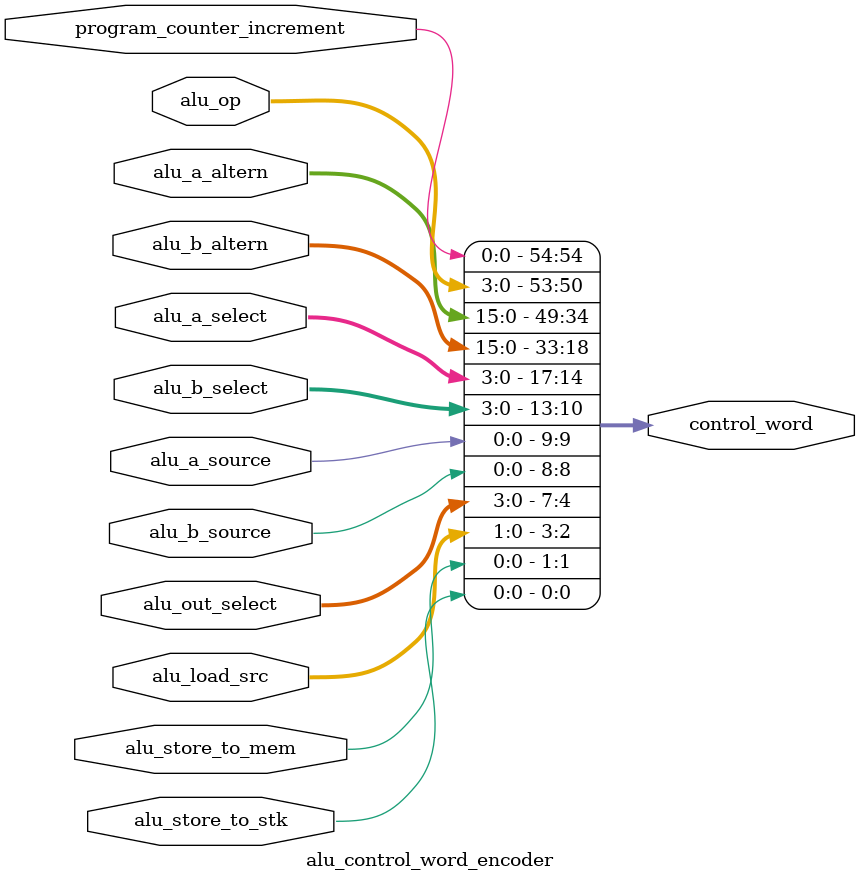
<source format=v>
module alu_control_word_encoder(
  input program_counter_increment,
  input[3:0] alu_op,
  input[15:0] alu_a_altern,
  input[15:0] alu_b_altern,
  input[3:0] alu_a_select,
  input[3:0] alu_b_select,
  input alu_a_source,
  input alu_b_source,
  input[3:0] alu_out_select,
  input[1:0] alu_load_src,
  input alu_store_to_mem,
  input alu_store_to_stk,
  output[54:0] control_word
  );

  assign control_word = {program_counter_increment,
    alu_op,
    alu_a_altern,
    alu_b_altern,
    alu_a_select,
    alu_b_select,
    alu_a_source,
    alu_b_source,
    alu_out_select,
    alu_load_src,
    alu_store_to_mem,
    alu_store_to_stk
  };

endmodule

</source>
